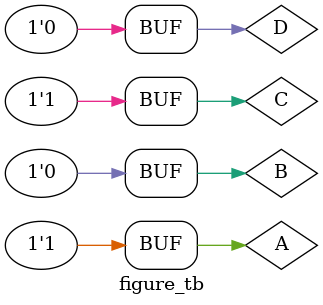
<source format=v>
module compare();
  reg A, B, C, D, A1, B1, C1, D1;
  wire F, F_beh;
  
  figure1 fg(.A(A), .B(B), .C(C), .D(D), .F(F));
  figure1_beh fg1(.A(A1), .B(B1), .C(C1), .D(D1), .F(F_beh));
  
  initial begin
    A = 1'b0;
    B = 1'b0;
    C = 1'b0;
    D = 1'b0;
    
    A1 = 1'b0;
    B1 = 1'b0;
    C1 = 1'b0;
    D1 = 1'b0;
    
    $display("Test Successful");
    $finish;
  end
  
  always #80 begin
    D = ~D;
    D1 = ~D1;
  end
  always #40begin
    C = ~C;
    C1 = ~C1;
  end
  always #20 begin
    B = ~B;
    B1 = ~B1;
  end
  always #10 begin
    A = ~A;
    A1 = ~A1;
  end
  
  always @ (F or F_beh) begin
    if (F !== F_beh) begin
      $display("Test Failed");
      $finish;
    end
  end
endmodule



module figure_beh_tb ();
  
  reg A,B,C,D;
  wire F;
  
  figure1_beh fg1(.A(A), .B(B) ,.C(C) ,.D(D),.F(F));
  
  initial begin
	$monitor("A: %b , B: %b, C:%b, D:%b, F:%b",A,B,C,D,F);
   	
    #10
    A = 1'b0;
    B = 1'b1;
    C = 1'b0;
    D = 1'b1;
    
    #10
    A = ~A;
    
    #30
    B = ~B;
    
    #50
    C = ~C;
    
    #100
    D = ~D;
    

  end 
endmodule


module figure_tb ();
  
  reg A,B,C,D;
  wire F;
  
  figure1 fg(.A(A), .B(B) ,.C(C) ,.D(D),.F(F));
  
  initial begin
	$monitor("A: %b , B: %b, C:%b, D:%b, F:%b",A,B,C,D,F);
    
    #10
    A = 1'b0;
    B = 1'b1;
    C = 1'b0;
    D = 1'b1;
    
    #10
    A = ~A;
    
    #30
    B = ~B;
    
    #50
    C = ~C;
    
    #100
    D = ~D;
    

  end 
endmodule

</source>
